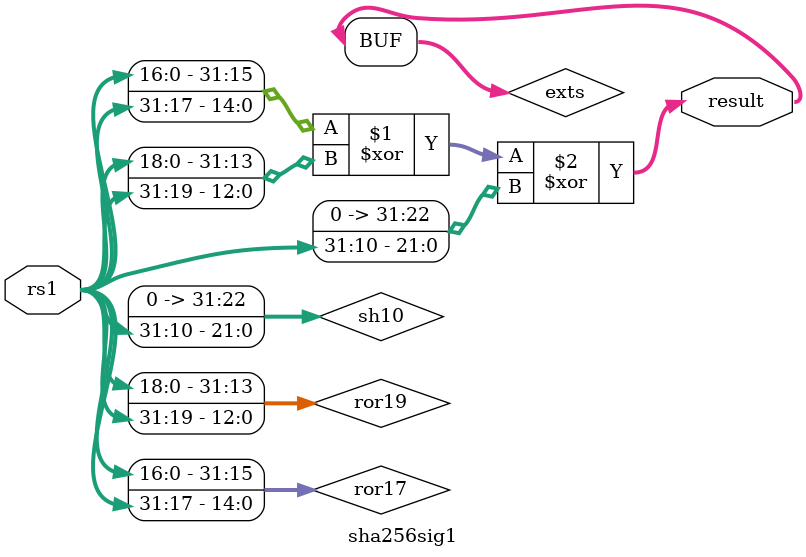
<source format=sv>

module sha256sig1 #(parameter WIDTH=32) (
  input  logic [WIDTH-1:0] rs1,
  output logic [WIDTH-1:0] result
);
   
   logic [31:0] 	     ror17, ror19, sh10, exts;
   
   assign ror17 = {rs1[16:0], rs1[31:17]};
   assign ror19 = {rs1[18:0], rs1[31:19]};
   assign sh10  = {10'b0, rs1[31:10]};
   
   // Assign output to xor of 3 rotates
   assign exts = ror17 ^ ror19 ^ sh10;

   // Sign-extend for RV64
   if (WIDTH==32) assign result = exts;
   else           assign result = {{32{exts[31]}}, exts};
endmodule

</source>
